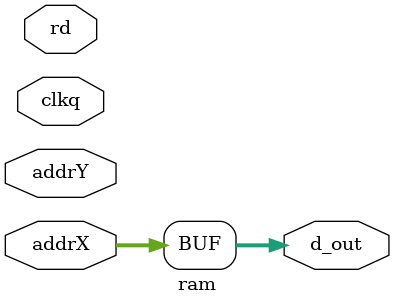
<source format=v>
module ram #(
	parameter mem_file_name = "none",
	parameter Xsize=1280,
	parameter Ysize=800

) (
  	input clkq,
  	output reg [10:0]d_out,
  	input [10:0]addrX,
  	input [31:0]addrY, 
	input rd
	
);

//reg    [23:0] ram [0:Xsize*Ysize]; 


//always @(posedge clk) d_out <= ram[ addrX ];
initial d_out =0;
always @(clkq) d_out = addrX ;

/*
initial 
begin
	if (mem_file_name != "none")
	begin
		$readmemh(mem_file_name, ram);
	end
end
*/
endmodule

</source>
